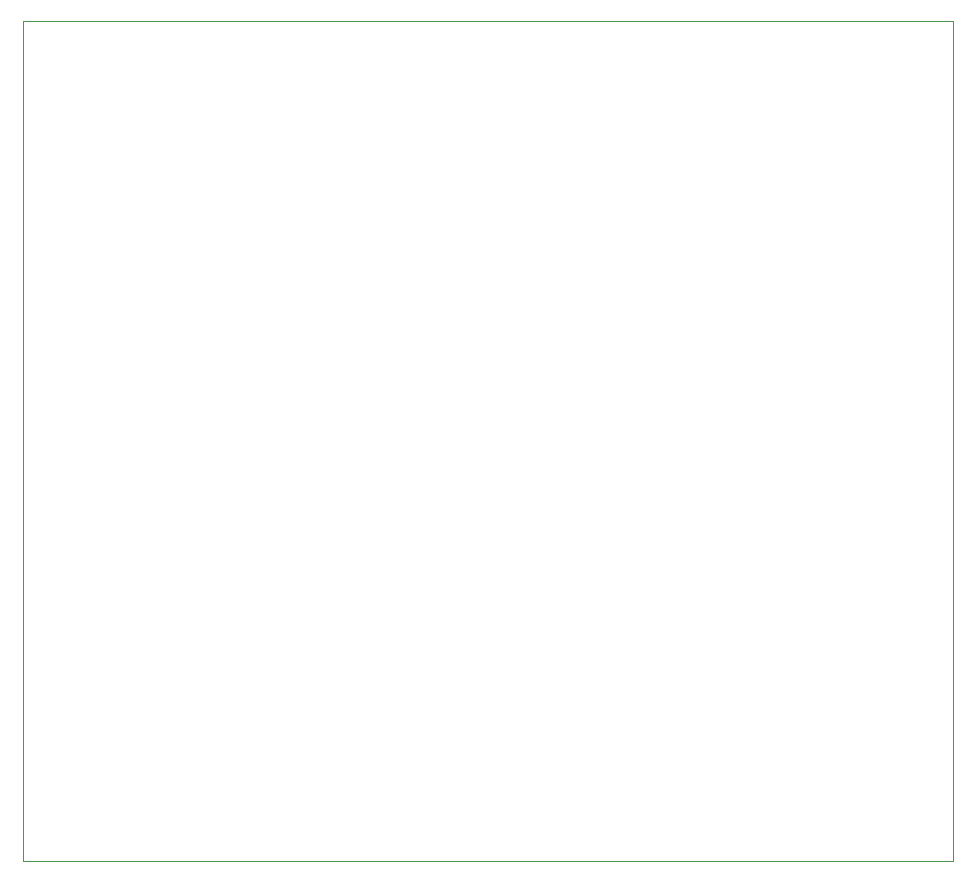
<source format=gbr>
%TF.GenerationSoftware,Altium Limited,Altium Designer,24.1.2 (44)*%
G04 Layer_Color=0*
%FSLAX45Y45*%
%MOMM*%
%TF.SameCoordinates,7409CC48-22DB-44E9-B9CF-AE3C77DAA70A*%
%TF.FilePolarity,Positive*%
%TF.FileFunction,Profile,NP*%
%TF.Part,Single*%
G01*
G75*
%TA.AperFunction,Profile*%
%ADD27C,0.02540*%
D27*
X0D02*
X0Y7112000D01*
X7874000D01*
X7874001Y0D01*
X0D01*
%TF.MD5,8d0df9bd7055c00116021c55e0286639*%
M02*

</source>
